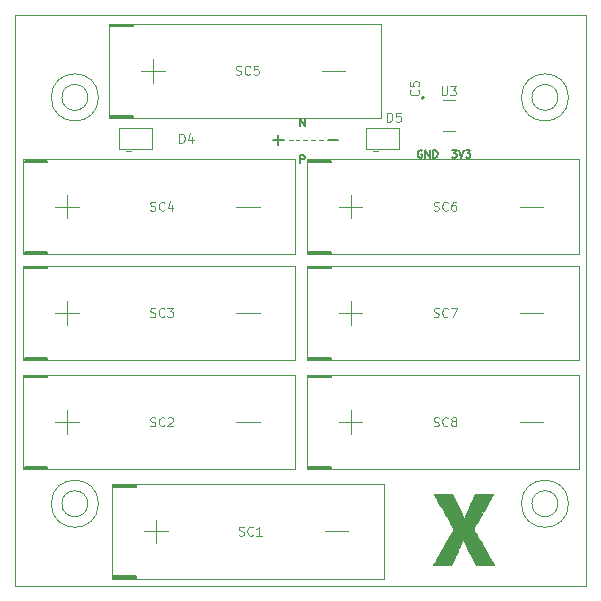
<source format=gbr>
%TF.GenerationSoftware,KiCad,Pcbnew,(5.1.4)-1*%
%TF.CreationDate,2019-12-19T17:33:09-07:00*%
%TF.ProjectId,SolarCellX_v3,536f6c61-7243-4656-9c6c-585f76332e6b,rev?*%
%TF.SameCoordinates,Original*%
%TF.FileFunction,Legend,Top*%
%TF.FilePolarity,Positive*%
%FSLAX46Y46*%
G04 Gerber Fmt 4.6, Leading zero omitted, Abs format (unit mm)*
G04 Created by KiCad (PCBNEW (5.1.4)-1) date 2019-12-19 17:33:09*
%MOMM*%
%LPD*%
G04 APERTURE LIST*
%ADD10C,0.127000*%
%ADD11C,0.203200*%
%ADD12C,0.120000*%
%ADD13C,0.050000*%
%ADD14C,0.101600*%
%ADD15C,0.100000*%
%ADD16C,0.010000*%
G04 APERTURE END LIST*
D10*
X127039309Y-51468261D02*
X127432404Y-51468261D01*
X127220738Y-51710166D01*
X127311452Y-51710166D01*
X127371928Y-51740404D01*
X127402166Y-51770642D01*
X127432404Y-51831119D01*
X127432404Y-51982309D01*
X127402166Y-52042785D01*
X127371928Y-52073023D01*
X127311452Y-52103261D01*
X127130023Y-52103261D01*
X127069547Y-52073023D01*
X127039309Y-52042785D01*
X127613833Y-51468261D02*
X127825500Y-52103261D01*
X128037166Y-51468261D01*
X128188357Y-51468261D02*
X128581452Y-51468261D01*
X128369785Y-51710166D01*
X128460500Y-51710166D01*
X128520976Y-51740404D01*
X128551214Y-51770642D01*
X128581452Y-51831119D01*
X128581452Y-51982309D01*
X128551214Y-52042785D01*
X128520976Y-52073023D01*
X128460500Y-52103261D01*
X128279071Y-52103261D01*
X128218595Y-52073023D01*
X128188357Y-52042785D01*
X124484190Y-51498500D02*
X124423714Y-51468261D01*
X124333000Y-51468261D01*
X124242285Y-51498500D01*
X124181809Y-51558976D01*
X124151571Y-51619452D01*
X124121333Y-51740404D01*
X124121333Y-51831119D01*
X124151571Y-51952071D01*
X124181809Y-52012547D01*
X124242285Y-52073023D01*
X124333000Y-52103261D01*
X124393476Y-52103261D01*
X124484190Y-52073023D01*
X124514428Y-52042785D01*
X124514428Y-51831119D01*
X124393476Y-51831119D01*
X124786571Y-52103261D02*
X124786571Y-51468261D01*
X125149428Y-52103261D01*
X125149428Y-51468261D01*
X125451809Y-52103261D02*
X125451809Y-51468261D01*
X125603000Y-51468261D01*
X125693714Y-51498500D01*
X125754190Y-51558976D01*
X125784428Y-51619452D01*
X125814666Y-51740404D01*
X125814666Y-51831119D01*
X125784428Y-51952071D01*
X125754190Y-52012547D01*
X125693714Y-52073023D01*
X125603000Y-52103261D01*
X125451809Y-52103261D01*
D11*
X116531571Y-50627642D02*
X117402428Y-50627642D01*
D10*
X114197190Y-52547761D02*
X114197190Y-51912761D01*
X114439095Y-51912761D01*
X114499571Y-51943000D01*
X114529809Y-51973238D01*
X114560047Y-52033714D01*
X114560047Y-52124428D01*
X114529809Y-52184904D01*
X114499571Y-52215142D01*
X114439095Y-52245380D01*
X114197190Y-52245380D01*
X114544928Y-48798238D02*
X114544928Y-49433238D01*
X114182071Y-48798238D01*
X114182071Y-49433238D01*
D11*
X111896071Y-50627642D02*
X112766928Y-50627642D01*
X112331500Y-51063071D02*
X112331500Y-50192214D01*
D12*
X113538000Y-50609500D02*
X113220500Y-50609500D01*
X114744500Y-50609500D02*
X114427000Y-50609500D01*
X113792000Y-50609500D02*
X114109500Y-50609500D01*
X115125500Y-50609500D02*
X115443000Y-50609500D01*
X116078000Y-50609500D02*
X115760500Y-50609500D01*
D13*
X96200000Y-47000000D02*
G75*
G03X96200000Y-47000000I-1100000J0D01*
G01*
X97100000Y-81400000D02*
G75*
G03X97100000Y-81400000I-2000000J0D01*
G01*
X136900000Y-81400000D02*
G75*
G03X136900000Y-81400000I-2000000J0D01*
G01*
X136900000Y-47000000D02*
G75*
G03X136900000Y-47000000I-2000000J0D01*
G01*
X97100000Y-47000000D02*
G75*
G03X97100000Y-47000000I-2000000J0D01*
G01*
X96200000Y-81400000D02*
G75*
G03X96200000Y-81400000I-1100000J0D01*
G01*
X136000000Y-81400000D02*
G75*
G03X136000000Y-81400000I-1100000J0D01*
G01*
X136000000Y-47000000D02*
G75*
G03X136000000Y-47000000I-1100000J0D01*
G01*
X90000000Y-88400000D02*
X138400000Y-88400000D01*
X90000000Y-88400000D02*
X90000000Y-40000000D01*
X138400000Y-40000000D02*
X138400000Y-88400000D01*
X90000000Y-40000000D02*
X138400000Y-40000000D01*
D11*
X100250000Y-79850000D02*
X98350000Y-79850000D01*
X100250000Y-79850000D02*
X100250000Y-79950000D01*
X100250000Y-79950000D02*
X98350000Y-79950000D01*
X100250000Y-87550000D02*
X100250000Y-87650000D01*
X100250000Y-87650000D02*
X98350000Y-87650000D01*
X100250000Y-87550000D02*
X98350000Y-87550000D01*
D12*
X116250000Y-83750000D02*
X118250000Y-83750000D01*
X100950000Y-83750000D02*
X102950000Y-83750000D01*
X101950000Y-82750000D02*
X101950000Y-84750000D01*
X98250000Y-87750000D02*
X98250000Y-79750000D01*
X121250000Y-87750000D02*
X98250000Y-87750000D01*
X121250000Y-79750000D02*
X121250000Y-87750000D01*
X98250000Y-79750000D02*
X121250000Y-79750000D01*
D11*
X116750000Y-70600000D02*
X114850000Y-70600000D01*
X116750000Y-70600000D02*
X116750000Y-70700000D01*
X116750000Y-70700000D02*
X114850000Y-70700000D01*
X116750000Y-78300000D02*
X116750000Y-78400000D01*
X116750000Y-78400000D02*
X114850000Y-78400000D01*
X116750000Y-78300000D02*
X114850000Y-78300000D01*
D12*
X132750000Y-74500000D02*
X134750000Y-74500000D01*
X117450000Y-74500000D02*
X119450000Y-74500000D01*
X118450000Y-73500000D02*
X118450000Y-75500000D01*
X114750000Y-78500000D02*
X114750000Y-70500000D01*
X137750000Y-78500000D02*
X114750000Y-78500000D01*
X137750000Y-70500000D02*
X137750000Y-78500000D01*
X114750000Y-70500000D02*
X137750000Y-70500000D01*
D11*
X116750000Y-61350000D02*
X114850000Y-61350000D01*
X116750000Y-61350000D02*
X116750000Y-61450000D01*
X116750000Y-61450000D02*
X114850000Y-61450000D01*
X116750000Y-69050000D02*
X116750000Y-69150000D01*
X116750000Y-69150000D02*
X114850000Y-69150000D01*
X116750000Y-69050000D02*
X114850000Y-69050000D01*
D12*
X132750000Y-65250000D02*
X134750000Y-65250000D01*
X117450000Y-65250000D02*
X119450000Y-65250000D01*
X118450000Y-64250000D02*
X118450000Y-66250000D01*
X114750000Y-69250000D02*
X114750000Y-61250000D01*
X137750000Y-69250000D02*
X114750000Y-69250000D01*
X137750000Y-61250000D02*
X137750000Y-69250000D01*
X114750000Y-61250000D02*
X137750000Y-61250000D01*
D11*
X116750000Y-52350000D02*
X114850000Y-52350000D01*
X116750000Y-52350000D02*
X116750000Y-52450000D01*
X116750000Y-52450000D02*
X114850000Y-52450000D01*
X116750000Y-60050000D02*
X116750000Y-60150000D01*
X116750000Y-60150000D02*
X114850000Y-60150000D01*
X116750000Y-60050000D02*
X114850000Y-60050000D01*
D12*
X132750000Y-56250000D02*
X134750000Y-56250000D01*
X117450000Y-56250000D02*
X119450000Y-56250000D01*
X118450000Y-55250000D02*
X118450000Y-57250000D01*
X114750000Y-60250000D02*
X114750000Y-52250000D01*
X137750000Y-60250000D02*
X114750000Y-60250000D01*
X137750000Y-52250000D02*
X137750000Y-60250000D01*
X114750000Y-52250000D02*
X137750000Y-52250000D01*
D11*
X100000000Y-40850000D02*
X98100000Y-40850000D01*
X100000000Y-40850000D02*
X100000000Y-40950000D01*
X100000000Y-40950000D02*
X98100000Y-40950000D01*
X100000000Y-48550000D02*
X100000000Y-48650000D01*
X100000000Y-48650000D02*
X98100000Y-48650000D01*
X100000000Y-48550000D02*
X98100000Y-48550000D01*
D12*
X116000000Y-44750000D02*
X118000000Y-44750000D01*
X100700000Y-44750000D02*
X102700000Y-44750000D01*
X101700000Y-43750000D02*
X101700000Y-45750000D01*
X98000000Y-48750000D02*
X98000000Y-40750000D01*
X121000000Y-48750000D02*
X98000000Y-48750000D01*
X121000000Y-40750000D02*
X121000000Y-48750000D01*
X98000000Y-40750000D02*
X121000000Y-40750000D01*
D11*
X92750000Y-52350000D02*
X90850000Y-52350000D01*
X92750000Y-52350000D02*
X92750000Y-52450000D01*
X92750000Y-52450000D02*
X90850000Y-52450000D01*
X92750000Y-60050000D02*
X92750000Y-60150000D01*
X92750000Y-60150000D02*
X90850000Y-60150000D01*
X92750000Y-60050000D02*
X90850000Y-60050000D01*
D12*
X108750000Y-56250000D02*
X110750000Y-56250000D01*
X93450000Y-56250000D02*
X95450000Y-56250000D01*
X94450000Y-55250000D02*
X94450000Y-57250000D01*
X90750000Y-60250000D02*
X90750000Y-52250000D01*
X113750000Y-60250000D02*
X90750000Y-60250000D01*
X113750000Y-52250000D02*
X113750000Y-60250000D01*
X90750000Y-52250000D02*
X113750000Y-52250000D01*
D11*
X92750000Y-61350000D02*
X90850000Y-61350000D01*
X92750000Y-61350000D02*
X92750000Y-61450000D01*
X92750000Y-61450000D02*
X90850000Y-61450000D01*
X92750000Y-69050000D02*
X92750000Y-69150000D01*
X92750000Y-69150000D02*
X90850000Y-69150000D01*
X92750000Y-69050000D02*
X90850000Y-69050000D01*
D12*
X108750000Y-65250000D02*
X110750000Y-65250000D01*
X93450000Y-65250000D02*
X95450000Y-65250000D01*
X94450000Y-64250000D02*
X94450000Y-66250000D01*
X90750000Y-69250000D02*
X90750000Y-61250000D01*
X113750000Y-69250000D02*
X90750000Y-69250000D01*
X113750000Y-61250000D02*
X113750000Y-69250000D01*
X90750000Y-61250000D02*
X113750000Y-61250000D01*
D11*
X92750000Y-70600000D02*
X90850000Y-70600000D01*
X92750000Y-70600000D02*
X92750000Y-70700000D01*
X92750000Y-70700000D02*
X90850000Y-70700000D01*
X92750000Y-78300000D02*
X92750000Y-78400000D01*
X92750000Y-78400000D02*
X90850000Y-78400000D01*
X92750000Y-78300000D02*
X90850000Y-78300000D01*
D12*
X108750000Y-74500000D02*
X110750000Y-74500000D01*
X93450000Y-74500000D02*
X95450000Y-74500000D01*
X94450000Y-73500000D02*
X94450000Y-75500000D01*
X90750000Y-78500000D02*
X90750000Y-70500000D01*
X113750000Y-78500000D02*
X90750000Y-78500000D01*
X113750000Y-70500000D02*
X113750000Y-78500000D01*
X90750000Y-70500000D02*
X113750000Y-70500000D01*
D14*
X124509500Y-47014000D02*
G75*
G02X124609500Y-47014000I50000J0D01*
G01*
X124609500Y-47014000D02*
G75*
G02X124509500Y-47014000I-50000J0D01*
G01*
D15*
X124409500Y-47014000D02*
G75*
G02X124709500Y-47014000I150000J0D01*
G01*
X124709500Y-47014000D02*
G75*
G02X124409500Y-47014000I-150000J0D01*
G01*
X126309500Y-49814000D02*
X127309500Y-49821000D01*
X126309500Y-47214000D02*
X127309500Y-47211000D01*
D16*
G36*
X126128639Y-80584081D02*
G01*
X126265896Y-80584527D01*
X126277940Y-80584577D01*
X127054480Y-80587850D01*
X127389917Y-81286350D01*
X127501025Y-81518293D01*
X127600994Y-81728208D01*
X127690126Y-81916741D01*
X127768722Y-82084542D01*
X127837084Y-82232258D01*
X127895512Y-82360539D01*
X127944309Y-82470031D01*
X127983777Y-82561383D01*
X127991013Y-82578575D01*
X128010741Y-82623427D01*
X128027567Y-82657572D01*
X128038725Y-82675542D01*
X128040806Y-82677000D01*
X128047966Y-82665762D01*
X128062502Y-82634592D01*
X128082772Y-82587302D01*
X128107135Y-82527704D01*
X128129677Y-82470625D01*
X128195999Y-82303822D01*
X128270017Y-82124745D01*
X128352537Y-81931542D01*
X128444367Y-81722362D01*
X128546313Y-81495353D01*
X128659182Y-81248664D01*
X128712262Y-81133950D01*
X128965736Y-80587850D01*
X129735468Y-80584576D01*
X129879562Y-80584143D01*
X130013553Y-80584094D01*
X130135490Y-80584410D01*
X130243427Y-80585069D01*
X130335415Y-80586052D01*
X130409506Y-80587338D01*
X130463752Y-80588909D01*
X130496205Y-80590743D01*
X130505200Y-80592496D01*
X130498961Y-80604657D01*
X130480739Y-80637506D01*
X130451277Y-80689751D01*
X130411315Y-80760097D01*
X130361596Y-80847251D01*
X130302862Y-80949919D01*
X130235854Y-81066807D01*
X130161315Y-81196622D01*
X130079986Y-81338070D01*
X129992608Y-81489858D01*
X129899925Y-81650690D01*
X129802678Y-81819275D01*
X129701609Y-81994317D01*
X129666442Y-82055184D01*
X129564278Y-82232185D01*
X129465774Y-82403243D01*
X129371667Y-82567059D01*
X129282694Y-82722333D01*
X129199590Y-82867767D01*
X129123092Y-83002063D01*
X129053938Y-83123922D01*
X128992863Y-83232044D01*
X128940604Y-83325132D01*
X128897897Y-83401886D01*
X128865479Y-83461009D01*
X128844086Y-83501200D01*
X128834455Y-83521162D01*
X128833990Y-83523109D01*
X128841008Y-83535871D01*
X128860043Y-83569330D01*
X128890361Y-83622211D01*
X128931226Y-83693245D01*
X128981903Y-83781159D01*
X129041659Y-83884682D01*
X129109757Y-84002542D01*
X129185463Y-84133468D01*
X129268042Y-84276188D01*
X129356759Y-84429430D01*
X129450879Y-84591923D01*
X129549667Y-84762395D01*
X129652389Y-84939575D01*
X129717198Y-85051321D01*
X129821851Y-85231789D01*
X129922942Y-85406203D01*
X130019743Y-85573304D01*
X130111526Y-85731831D01*
X130197563Y-85880524D01*
X130277125Y-86018121D01*
X130349486Y-86143363D01*
X130413916Y-86254990D01*
X130469689Y-86351740D01*
X130516075Y-86432354D01*
X130552347Y-86495571D01*
X130577776Y-86540131D01*
X130591636Y-86564773D01*
X130594100Y-86569500D01*
X130581761Y-86570633D01*
X130546190Y-86571702D01*
X130489556Y-86572689D01*
X130414026Y-86573576D01*
X130321768Y-86574346D01*
X130214951Y-86574981D01*
X130095742Y-86575463D01*
X129966310Y-86575775D01*
X129828822Y-86575898D01*
X129813014Y-86575900D01*
X129031928Y-86575900D01*
X128495389Y-85497096D01*
X128418453Y-85342538D01*
X128344677Y-85194588D01*
X128274849Y-85054812D01*
X128209756Y-84924776D01*
X128150186Y-84806045D01*
X128096929Y-84700184D01*
X128050770Y-84608760D01*
X128012500Y-84533337D01*
X127982905Y-84475482D01*
X127962773Y-84436759D01*
X127952894Y-84418736D01*
X127952033Y-84417596D01*
X127945284Y-84428519D01*
X127931265Y-84459057D01*
X127911752Y-84505091D01*
X127888519Y-84562500D01*
X127877099Y-84591525D01*
X127857511Y-84639695D01*
X127828396Y-84708455D01*
X127790866Y-84795333D01*
X127746034Y-84897854D01*
X127695014Y-85013547D01*
X127638918Y-85139936D01*
X127578859Y-85274549D01*
X127515952Y-85414913D01*
X127451307Y-85558555D01*
X127386039Y-85703000D01*
X127321261Y-85845777D01*
X127258086Y-85984411D01*
X127197627Y-86116429D01*
X127140996Y-86239359D01*
X127089307Y-86350726D01*
X127043673Y-86448058D01*
X127005499Y-86528275D01*
X126982595Y-86575900D01*
X125435391Y-86575900D01*
X125461487Y-86531669D01*
X125477330Y-86504467D01*
X125504173Y-86457956D01*
X125541131Y-86393686D01*
X125587320Y-86313205D01*
X125641854Y-86218065D01*
X125703848Y-86109815D01*
X125772419Y-85990005D01*
X125846681Y-85860185D01*
X125925749Y-85721904D01*
X126008739Y-85576713D01*
X126094765Y-85426161D01*
X126182943Y-85271798D01*
X126272389Y-85115175D01*
X126362217Y-84957841D01*
X126451542Y-84801345D01*
X126539481Y-84647238D01*
X126625147Y-84497070D01*
X126707656Y-84352390D01*
X126786124Y-84214749D01*
X126859665Y-84085696D01*
X126927395Y-83966781D01*
X126988429Y-83859554D01*
X127041882Y-83765565D01*
X127086870Y-83686364D01*
X127122507Y-83623500D01*
X127147909Y-83578524D01*
X127162191Y-83552985D01*
X127165100Y-83547509D01*
X127158970Y-83535865D01*
X127141064Y-83503399D01*
X127112108Y-83451403D01*
X127072826Y-83381167D01*
X127023945Y-83293980D01*
X126966190Y-83191132D01*
X126900286Y-83073913D01*
X126826958Y-82943614D01*
X126746933Y-82801524D01*
X126660934Y-82648933D01*
X126569689Y-82487131D01*
X126473922Y-82317409D01*
X126374358Y-82141056D01*
X126333250Y-82068269D01*
X126232355Y-81889594D01*
X126134965Y-81717021D01*
X126041804Y-81551840D01*
X125953597Y-81395343D01*
X125871071Y-81248820D01*
X125794951Y-81113561D01*
X125725961Y-80990858D01*
X125664829Y-80882000D01*
X125612278Y-80788279D01*
X125569035Y-80710985D01*
X125535826Y-80651409D01*
X125513375Y-80610841D01*
X125502408Y-80590572D01*
X125501400Y-80588434D01*
X125513737Y-80587221D01*
X125549299Y-80586177D01*
X125605913Y-80585313D01*
X125681402Y-80584641D01*
X125773594Y-80584171D01*
X125880314Y-80583914D01*
X125999387Y-80583880D01*
X126128639Y-80584081D01*
X126128639Y-80584081D01*
G37*
X126128639Y-80584081D02*
X126265896Y-80584527D01*
X126277940Y-80584577D01*
X127054480Y-80587850D01*
X127389917Y-81286350D01*
X127501025Y-81518293D01*
X127600994Y-81728208D01*
X127690126Y-81916741D01*
X127768722Y-82084542D01*
X127837084Y-82232258D01*
X127895512Y-82360539D01*
X127944309Y-82470031D01*
X127983777Y-82561383D01*
X127991013Y-82578575D01*
X128010741Y-82623427D01*
X128027567Y-82657572D01*
X128038725Y-82675542D01*
X128040806Y-82677000D01*
X128047966Y-82665762D01*
X128062502Y-82634592D01*
X128082772Y-82587302D01*
X128107135Y-82527704D01*
X128129677Y-82470625D01*
X128195999Y-82303822D01*
X128270017Y-82124745D01*
X128352537Y-81931542D01*
X128444367Y-81722362D01*
X128546313Y-81495353D01*
X128659182Y-81248664D01*
X128712262Y-81133950D01*
X128965736Y-80587850D01*
X129735468Y-80584576D01*
X129879562Y-80584143D01*
X130013553Y-80584094D01*
X130135490Y-80584410D01*
X130243427Y-80585069D01*
X130335415Y-80586052D01*
X130409506Y-80587338D01*
X130463752Y-80588909D01*
X130496205Y-80590743D01*
X130505200Y-80592496D01*
X130498961Y-80604657D01*
X130480739Y-80637506D01*
X130451277Y-80689751D01*
X130411315Y-80760097D01*
X130361596Y-80847251D01*
X130302862Y-80949919D01*
X130235854Y-81066807D01*
X130161315Y-81196622D01*
X130079986Y-81338070D01*
X129992608Y-81489858D01*
X129899925Y-81650690D01*
X129802678Y-81819275D01*
X129701609Y-81994317D01*
X129666442Y-82055184D01*
X129564278Y-82232185D01*
X129465774Y-82403243D01*
X129371667Y-82567059D01*
X129282694Y-82722333D01*
X129199590Y-82867767D01*
X129123092Y-83002063D01*
X129053938Y-83123922D01*
X128992863Y-83232044D01*
X128940604Y-83325132D01*
X128897897Y-83401886D01*
X128865479Y-83461009D01*
X128844086Y-83501200D01*
X128834455Y-83521162D01*
X128833990Y-83523109D01*
X128841008Y-83535871D01*
X128860043Y-83569330D01*
X128890361Y-83622211D01*
X128931226Y-83693245D01*
X128981903Y-83781159D01*
X129041659Y-83884682D01*
X129109757Y-84002542D01*
X129185463Y-84133468D01*
X129268042Y-84276188D01*
X129356759Y-84429430D01*
X129450879Y-84591923D01*
X129549667Y-84762395D01*
X129652389Y-84939575D01*
X129717198Y-85051321D01*
X129821851Y-85231789D01*
X129922942Y-85406203D01*
X130019743Y-85573304D01*
X130111526Y-85731831D01*
X130197563Y-85880524D01*
X130277125Y-86018121D01*
X130349486Y-86143363D01*
X130413916Y-86254990D01*
X130469689Y-86351740D01*
X130516075Y-86432354D01*
X130552347Y-86495571D01*
X130577776Y-86540131D01*
X130591636Y-86564773D01*
X130594100Y-86569500D01*
X130581761Y-86570633D01*
X130546190Y-86571702D01*
X130489556Y-86572689D01*
X130414026Y-86573576D01*
X130321768Y-86574346D01*
X130214951Y-86574981D01*
X130095742Y-86575463D01*
X129966310Y-86575775D01*
X129828822Y-86575898D01*
X129813014Y-86575900D01*
X129031928Y-86575900D01*
X128495389Y-85497096D01*
X128418453Y-85342538D01*
X128344677Y-85194588D01*
X128274849Y-85054812D01*
X128209756Y-84924776D01*
X128150186Y-84806045D01*
X128096929Y-84700184D01*
X128050770Y-84608760D01*
X128012500Y-84533337D01*
X127982905Y-84475482D01*
X127962773Y-84436759D01*
X127952894Y-84418736D01*
X127952033Y-84417596D01*
X127945284Y-84428519D01*
X127931265Y-84459057D01*
X127911752Y-84505091D01*
X127888519Y-84562500D01*
X127877099Y-84591525D01*
X127857511Y-84639695D01*
X127828396Y-84708455D01*
X127790866Y-84795333D01*
X127746034Y-84897854D01*
X127695014Y-85013547D01*
X127638918Y-85139936D01*
X127578859Y-85274549D01*
X127515952Y-85414913D01*
X127451307Y-85558555D01*
X127386039Y-85703000D01*
X127321261Y-85845777D01*
X127258086Y-85984411D01*
X127197627Y-86116429D01*
X127140996Y-86239359D01*
X127089307Y-86350726D01*
X127043673Y-86448058D01*
X127005499Y-86528275D01*
X126982595Y-86575900D01*
X125435391Y-86575900D01*
X125461487Y-86531669D01*
X125477330Y-86504467D01*
X125504173Y-86457956D01*
X125541131Y-86393686D01*
X125587320Y-86313205D01*
X125641854Y-86218065D01*
X125703848Y-86109815D01*
X125772419Y-85990005D01*
X125846681Y-85860185D01*
X125925749Y-85721904D01*
X126008739Y-85576713D01*
X126094765Y-85426161D01*
X126182943Y-85271798D01*
X126272389Y-85115175D01*
X126362217Y-84957841D01*
X126451542Y-84801345D01*
X126539481Y-84647238D01*
X126625147Y-84497070D01*
X126707656Y-84352390D01*
X126786124Y-84214749D01*
X126859665Y-84085696D01*
X126927395Y-83966781D01*
X126988429Y-83859554D01*
X127041882Y-83765565D01*
X127086870Y-83686364D01*
X127122507Y-83623500D01*
X127147909Y-83578524D01*
X127162191Y-83552985D01*
X127165100Y-83547509D01*
X127158970Y-83535865D01*
X127141064Y-83503399D01*
X127112108Y-83451403D01*
X127072826Y-83381167D01*
X127023945Y-83293980D01*
X126966190Y-83191132D01*
X126900286Y-83073913D01*
X126826958Y-82943614D01*
X126746933Y-82801524D01*
X126660934Y-82648933D01*
X126569689Y-82487131D01*
X126473922Y-82317409D01*
X126374358Y-82141056D01*
X126333250Y-82068269D01*
X126232355Y-81889594D01*
X126134965Y-81717021D01*
X126041804Y-81551840D01*
X125953597Y-81395343D01*
X125871071Y-81248820D01*
X125794951Y-81113561D01*
X125725961Y-80990858D01*
X125664829Y-80882000D01*
X125612278Y-80788279D01*
X125569035Y-80710985D01*
X125535826Y-80651409D01*
X125513375Y-80610841D01*
X125502408Y-80590572D01*
X125501400Y-80588434D01*
X125513737Y-80587221D01*
X125549299Y-80586177D01*
X125605913Y-80585313D01*
X125681402Y-80584641D01*
X125773594Y-80584171D01*
X125880314Y-80583914D01*
X125999387Y-80583880D01*
X126128639Y-80584081D01*
D12*
X101666500Y-49600000D02*
X101666500Y-51400000D01*
X101666500Y-51400000D02*
X98866500Y-51400000D01*
X98866500Y-51400000D02*
X98866500Y-49600000D01*
X98866500Y-49600000D02*
X101666500Y-49600000D01*
X99466500Y-51500000D02*
X99866500Y-51500000D01*
X120358000Y-51500000D02*
X120758000Y-51500000D01*
X119758000Y-49600000D02*
X122558000Y-49600000D01*
X119758000Y-51400000D02*
X119758000Y-49600000D01*
X122558000Y-51400000D02*
X119758000Y-51400000D01*
X122558000Y-49600000D02*
X122558000Y-51400000D01*
D14*
X108988428Y-84058428D02*
X109097285Y-84094714D01*
X109278714Y-84094714D01*
X109351285Y-84058428D01*
X109387571Y-84022142D01*
X109423857Y-83949571D01*
X109423857Y-83877000D01*
X109387571Y-83804428D01*
X109351285Y-83768142D01*
X109278714Y-83731857D01*
X109133571Y-83695571D01*
X109061000Y-83659285D01*
X109024714Y-83623000D01*
X108988428Y-83550428D01*
X108988428Y-83477857D01*
X109024714Y-83405285D01*
X109061000Y-83369000D01*
X109133571Y-83332714D01*
X109315000Y-83332714D01*
X109423857Y-83369000D01*
X110185857Y-84022142D02*
X110149571Y-84058428D01*
X110040714Y-84094714D01*
X109968142Y-84094714D01*
X109859285Y-84058428D01*
X109786714Y-83985857D01*
X109750428Y-83913285D01*
X109714142Y-83768142D01*
X109714142Y-83659285D01*
X109750428Y-83514142D01*
X109786714Y-83441571D01*
X109859285Y-83369000D01*
X109968142Y-83332714D01*
X110040714Y-83332714D01*
X110149571Y-83369000D01*
X110185857Y-83405285D01*
X110911571Y-84094714D02*
X110476142Y-84094714D01*
X110693857Y-84094714D02*
X110693857Y-83332714D01*
X110621285Y-83441571D01*
X110548714Y-83514142D01*
X110476142Y-83550428D01*
X125488428Y-74808428D02*
X125597285Y-74844714D01*
X125778714Y-74844714D01*
X125851285Y-74808428D01*
X125887571Y-74772142D01*
X125923857Y-74699571D01*
X125923857Y-74627000D01*
X125887571Y-74554428D01*
X125851285Y-74518142D01*
X125778714Y-74481857D01*
X125633571Y-74445571D01*
X125561000Y-74409285D01*
X125524714Y-74373000D01*
X125488428Y-74300428D01*
X125488428Y-74227857D01*
X125524714Y-74155285D01*
X125561000Y-74119000D01*
X125633571Y-74082714D01*
X125815000Y-74082714D01*
X125923857Y-74119000D01*
X126685857Y-74772142D02*
X126649571Y-74808428D01*
X126540714Y-74844714D01*
X126468142Y-74844714D01*
X126359285Y-74808428D01*
X126286714Y-74735857D01*
X126250428Y-74663285D01*
X126214142Y-74518142D01*
X126214142Y-74409285D01*
X126250428Y-74264142D01*
X126286714Y-74191571D01*
X126359285Y-74119000D01*
X126468142Y-74082714D01*
X126540714Y-74082714D01*
X126649571Y-74119000D01*
X126685857Y-74155285D01*
X127121285Y-74409285D02*
X127048714Y-74373000D01*
X127012428Y-74336714D01*
X126976142Y-74264142D01*
X126976142Y-74227857D01*
X127012428Y-74155285D01*
X127048714Y-74119000D01*
X127121285Y-74082714D01*
X127266428Y-74082714D01*
X127339000Y-74119000D01*
X127375285Y-74155285D01*
X127411571Y-74227857D01*
X127411571Y-74264142D01*
X127375285Y-74336714D01*
X127339000Y-74373000D01*
X127266428Y-74409285D01*
X127121285Y-74409285D01*
X127048714Y-74445571D01*
X127012428Y-74481857D01*
X126976142Y-74554428D01*
X126976142Y-74699571D01*
X127012428Y-74772142D01*
X127048714Y-74808428D01*
X127121285Y-74844714D01*
X127266428Y-74844714D01*
X127339000Y-74808428D01*
X127375285Y-74772142D01*
X127411571Y-74699571D01*
X127411571Y-74554428D01*
X127375285Y-74481857D01*
X127339000Y-74445571D01*
X127266428Y-74409285D01*
X125488428Y-65558428D02*
X125597285Y-65594714D01*
X125778714Y-65594714D01*
X125851285Y-65558428D01*
X125887571Y-65522142D01*
X125923857Y-65449571D01*
X125923857Y-65377000D01*
X125887571Y-65304428D01*
X125851285Y-65268142D01*
X125778714Y-65231857D01*
X125633571Y-65195571D01*
X125561000Y-65159285D01*
X125524714Y-65123000D01*
X125488428Y-65050428D01*
X125488428Y-64977857D01*
X125524714Y-64905285D01*
X125561000Y-64869000D01*
X125633571Y-64832714D01*
X125815000Y-64832714D01*
X125923857Y-64869000D01*
X126685857Y-65522142D02*
X126649571Y-65558428D01*
X126540714Y-65594714D01*
X126468142Y-65594714D01*
X126359285Y-65558428D01*
X126286714Y-65485857D01*
X126250428Y-65413285D01*
X126214142Y-65268142D01*
X126214142Y-65159285D01*
X126250428Y-65014142D01*
X126286714Y-64941571D01*
X126359285Y-64869000D01*
X126468142Y-64832714D01*
X126540714Y-64832714D01*
X126649571Y-64869000D01*
X126685857Y-64905285D01*
X126939857Y-64832714D02*
X127447857Y-64832714D01*
X127121285Y-65594714D01*
X125488428Y-56558428D02*
X125597285Y-56594714D01*
X125778714Y-56594714D01*
X125851285Y-56558428D01*
X125887571Y-56522142D01*
X125923857Y-56449571D01*
X125923857Y-56377000D01*
X125887571Y-56304428D01*
X125851285Y-56268142D01*
X125778714Y-56231857D01*
X125633571Y-56195571D01*
X125561000Y-56159285D01*
X125524714Y-56123000D01*
X125488428Y-56050428D01*
X125488428Y-55977857D01*
X125524714Y-55905285D01*
X125561000Y-55869000D01*
X125633571Y-55832714D01*
X125815000Y-55832714D01*
X125923857Y-55869000D01*
X126685857Y-56522142D02*
X126649571Y-56558428D01*
X126540714Y-56594714D01*
X126468142Y-56594714D01*
X126359285Y-56558428D01*
X126286714Y-56485857D01*
X126250428Y-56413285D01*
X126214142Y-56268142D01*
X126214142Y-56159285D01*
X126250428Y-56014142D01*
X126286714Y-55941571D01*
X126359285Y-55869000D01*
X126468142Y-55832714D01*
X126540714Y-55832714D01*
X126649571Y-55869000D01*
X126685857Y-55905285D01*
X127339000Y-55832714D02*
X127193857Y-55832714D01*
X127121285Y-55869000D01*
X127085000Y-55905285D01*
X127012428Y-56014142D01*
X126976142Y-56159285D01*
X126976142Y-56449571D01*
X127012428Y-56522142D01*
X127048714Y-56558428D01*
X127121285Y-56594714D01*
X127266428Y-56594714D01*
X127339000Y-56558428D01*
X127375285Y-56522142D01*
X127411571Y-56449571D01*
X127411571Y-56268142D01*
X127375285Y-56195571D01*
X127339000Y-56159285D01*
X127266428Y-56123000D01*
X127121285Y-56123000D01*
X127048714Y-56159285D01*
X127012428Y-56195571D01*
X126976142Y-56268142D01*
X108738428Y-45058428D02*
X108847285Y-45094714D01*
X109028714Y-45094714D01*
X109101285Y-45058428D01*
X109137571Y-45022142D01*
X109173857Y-44949571D01*
X109173857Y-44877000D01*
X109137571Y-44804428D01*
X109101285Y-44768142D01*
X109028714Y-44731857D01*
X108883571Y-44695571D01*
X108811000Y-44659285D01*
X108774714Y-44623000D01*
X108738428Y-44550428D01*
X108738428Y-44477857D01*
X108774714Y-44405285D01*
X108811000Y-44369000D01*
X108883571Y-44332714D01*
X109065000Y-44332714D01*
X109173857Y-44369000D01*
X109935857Y-45022142D02*
X109899571Y-45058428D01*
X109790714Y-45094714D01*
X109718142Y-45094714D01*
X109609285Y-45058428D01*
X109536714Y-44985857D01*
X109500428Y-44913285D01*
X109464142Y-44768142D01*
X109464142Y-44659285D01*
X109500428Y-44514142D01*
X109536714Y-44441571D01*
X109609285Y-44369000D01*
X109718142Y-44332714D01*
X109790714Y-44332714D01*
X109899571Y-44369000D01*
X109935857Y-44405285D01*
X110625285Y-44332714D02*
X110262428Y-44332714D01*
X110226142Y-44695571D01*
X110262428Y-44659285D01*
X110335000Y-44623000D01*
X110516428Y-44623000D01*
X110589000Y-44659285D01*
X110625285Y-44695571D01*
X110661571Y-44768142D01*
X110661571Y-44949571D01*
X110625285Y-45022142D01*
X110589000Y-45058428D01*
X110516428Y-45094714D01*
X110335000Y-45094714D01*
X110262428Y-45058428D01*
X110226142Y-45022142D01*
X101488428Y-56558428D02*
X101597285Y-56594714D01*
X101778714Y-56594714D01*
X101851285Y-56558428D01*
X101887571Y-56522142D01*
X101923857Y-56449571D01*
X101923857Y-56377000D01*
X101887571Y-56304428D01*
X101851285Y-56268142D01*
X101778714Y-56231857D01*
X101633571Y-56195571D01*
X101561000Y-56159285D01*
X101524714Y-56123000D01*
X101488428Y-56050428D01*
X101488428Y-55977857D01*
X101524714Y-55905285D01*
X101561000Y-55869000D01*
X101633571Y-55832714D01*
X101815000Y-55832714D01*
X101923857Y-55869000D01*
X102685857Y-56522142D02*
X102649571Y-56558428D01*
X102540714Y-56594714D01*
X102468142Y-56594714D01*
X102359285Y-56558428D01*
X102286714Y-56485857D01*
X102250428Y-56413285D01*
X102214142Y-56268142D01*
X102214142Y-56159285D01*
X102250428Y-56014142D01*
X102286714Y-55941571D01*
X102359285Y-55869000D01*
X102468142Y-55832714D01*
X102540714Y-55832714D01*
X102649571Y-55869000D01*
X102685857Y-55905285D01*
X103339000Y-56086714D02*
X103339000Y-56594714D01*
X103157571Y-55796428D02*
X102976142Y-56340714D01*
X103447857Y-56340714D01*
X101488428Y-65558428D02*
X101597285Y-65594714D01*
X101778714Y-65594714D01*
X101851285Y-65558428D01*
X101887571Y-65522142D01*
X101923857Y-65449571D01*
X101923857Y-65377000D01*
X101887571Y-65304428D01*
X101851285Y-65268142D01*
X101778714Y-65231857D01*
X101633571Y-65195571D01*
X101561000Y-65159285D01*
X101524714Y-65123000D01*
X101488428Y-65050428D01*
X101488428Y-64977857D01*
X101524714Y-64905285D01*
X101561000Y-64869000D01*
X101633571Y-64832714D01*
X101815000Y-64832714D01*
X101923857Y-64869000D01*
X102685857Y-65522142D02*
X102649571Y-65558428D01*
X102540714Y-65594714D01*
X102468142Y-65594714D01*
X102359285Y-65558428D01*
X102286714Y-65485857D01*
X102250428Y-65413285D01*
X102214142Y-65268142D01*
X102214142Y-65159285D01*
X102250428Y-65014142D01*
X102286714Y-64941571D01*
X102359285Y-64869000D01*
X102468142Y-64832714D01*
X102540714Y-64832714D01*
X102649571Y-64869000D01*
X102685857Y-64905285D01*
X102939857Y-64832714D02*
X103411571Y-64832714D01*
X103157571Y-65123000D01*
X103266428Y-65123000D01*
X103339000Y-65159285D01*
X103375285Y-65195571D01*
X103411571Y-65268142D01*
X103411571Y-65449571D01*
X103375285Y-65522142D01*
X103339000Y-65558428D01*
X103266428Y-65594714D01*
X103048714Y-65594714D01*
X102976142Y-65558428D01*
X102939857Y-65522142D01*
X101488428Y-74808428D02*
X101597285Y-74844714D01*
X101778714Y-74844714D01*
X101851285Y-74808428D01*
X101887571Y-74772142D01*
X101923857Y-74699571D01*
X101923857Y-74627000D01*
X101887571Y-74554428D01*
X101851285Y-74518142D01*
X101778714Y-74481857D01*
X101633571Y-74445571D01*
X101561000Y-74409285D01*
X101524714Y-74373000D01*
X101488428Y-74300428D01*
X101488428Y-74227857D01*
X101524714Y-74155285D01*
X101561000Y-74119000D01*
X101633571Y-74082714D01*
X101815000Y-74082714D01*
X101923857Y-74119000D01*
X102685857Y-74772142D02*
X102649571Y-74808428D01*
X102540714Y-74844714D01*
X102468142Y-74844714D01*
X102359285Y-74808428D01*
X102286714Y-74735857D01*
X102250428Y-74663285D01*
X102214142Y-74518142D01*
X102214142Y-74409285D01*
X102250428Y-74264142D01*
X102286714Y-74191571D01*
X102359285Y-74119000D01*
X102468142Y-74082714D01*
X102540714Y-74082714D01*
X102649571Y-74119000D01*
X102685857Y-74155285D01*
X102976142Y-74155285D02*
X103012428Y-74119000D01*
X103085000Y-74082714D01*
X103266428Y-74082714D01*
X103339000Y-74119000D01*
X103375285Y-74155285D01*
X103411571Y-74227857D01*
X103411571Y-74300428D01*
X103375285Y-74409285D01*
X102939857Y-74844714D01*
X103411571Y-74844714D01*
X126165428Y-46064714D02*
X126165428Y-46681571D01*
X126201714Y-46754142D01*
X126238000Y-46790428D01*
X126310571Y-46826714D01*
X126455714Y-46826714D01*
X126528285Y-46790428D01*
X126564571Y-46754142D01*
X126600857Y-46681571D01*
X126600857Y-46064714D01*
X126891142Y-46064714D02*
X127362857Y-46064714D01*
X127108857Y-46355000D01*
X127217714Y-46355000D01*
X127290285Y-46391285D01*
X127326571Y-46427571D01*
X127362857Y-46500142D01*
X127362857Y-46681571D01*
X127326571Y-46754142D01*
X127290285Y-46790428D01*
X127217714Y-46826714D01*
X127000000Y-46826714D01*
X126927428Y-46790428D01*
X126891142Y-46754142D01*
X124160642Y-46355000D02*
X124196928Y-46391285D01*
X124233214Y-46500142D01*
X124233214Y-46572714D01*
X124196928Y-46681571D01*
X124124357Y-46754142D01*
X124051785Y-46790428D01*
X123906642Y-46826714D01*
X123797785Y-46826714D01*
X123652642Y-46790428D01*
X123580071Y-46754142D01*
X123507500Y-46681571D01*
X123471214Y-46572714D01*
X123471214Y-46500142D01*
X123507500Y-46391285D01*
X123543785Y-46355000D01*
X123471214Y-45665571D02*
X123471214Y-46028428D01*
X123834071Y-46064714D01*
X123797785Y-46028428D01*
X123761500Y-45955857D01*
X123761500Y-45774428D01*
X123797785Y-45701857D01*
X123834071Y-45665571D01*
X123906642Y-45629285D01*
X124088071Y-45629285D01*
X124160642Y-45665571D01*
X124196928Y-45701857D01*
X124233214Y-45774428D01*
X124233214Y-45955857D01*
X124196928Y-46028428D01*
X124160642Y-46064714D01*
X103954071Y-50844714D02*
X103954071Y-50082714D01*
X104135500Y-50082714D01*
X104244357Y-50119000D01*
X104316928Y-50191571D01*
X104353214Y-50264142D01*
X104389500Y-50409285D01*
X104389500Y-50518142D01*
X104353214Y-50663285D01*
X104316928Y-50735857D01*
X104244357Y-50808428D01*
X104135500Y-50844714D01*
X103954071Y-50844714D01*
X105042642Y-50336714D02*
X105042642Y-50844714D01*
X104861214Y-50046428D02*
X104679785Y-50590714D01*
X105151500Y-50590714D01*
X121548071Y-49049214D02*
X121548071Y-48287214D01*
X121729500Y-48287214D01*
X121838357Y-48323500D01*
X121910928Y-48396071D01*
X121947214Y-48468642D01*
X121983500Y-48613785D01*
X121983500Y-48722642D01*
X121947214Y-48867785D01*
X121910928Y-48940357D01*
X121838357Y-49012928D01*
X121729500Y-49049214D01*
X121548071Y-49049214D01*
X122672928Y-48287214D02*
X122310071Y-48287214D01*
X122273785Y-48650071D01*
X122310071Y-48613785D01*
X122382642Y-48577500D01*
X122564071Y-48577500D01*
X122636642Y-48613785D01*
X122672928Y-48650071D01*
X122709214Y-48722642D01*
X122709214Y-48904071D01*
X122672928Y-48976642D01*
X122636642Y-49012928D01*
X122564071Y-49049214D01*
X122382642Y-49049214D01*
X122310071Y-49012928D01*
X122273785Y-48976642D01*
M02*

</source>
